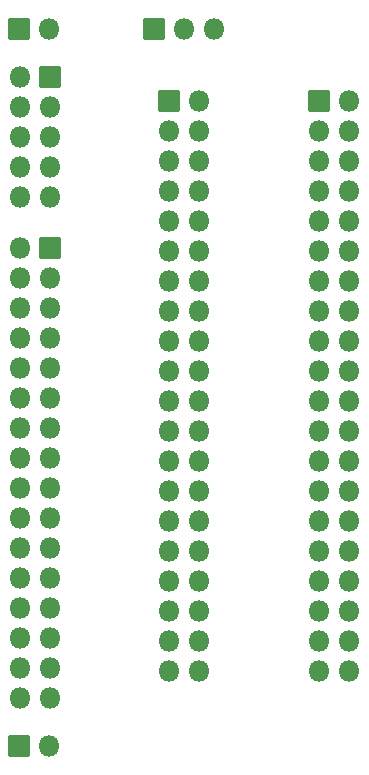
<source format=gbr>
%TF.GenerationSoftware,KiCad,Pcbnew,8.0.1*%
%TF.CreationDate,2024-04-12T14:48:39-05:00*%
%TF.ProjectId,Digilent Discovery LA Adapter,44696769-6c65-46e7-9420-446973636f76,1*%
%TF.SameCoordinates,Original*%
%TF.FileFunction,Soldermask,Bot*%
%TF.FilePolarity,Negative*%
%FSLAX46Y46*%
G04 Gerber Fmt 4.6, Leading zero omitted, Abs format (unit mm)*
G04 Created by KiCad (PCBNEW 8.0.1) date 2024-04-12 14:48:39*
%MOMM*%
%LPD*%
G01*
G04 APERTURE LIST*
G04 Aperture macros list*
%AMRoundRect*
0 Rectangle with rounded corners*
0 $1 Rounding radius*
0 $2 $3 $4 $5 $6 $7 $8 $9 X,Y pos of 4 corners*
0 Add a 4 corners polygon primitive as box body*
4,1,4,$2,$3,$4,$5,$6,$7,$8,$9,$2,$3,0*
0 Add four circle primitives for the rounded corners*
1,1,$1+$1,$2,$3*
1,1,$1+$1,$4,$5*
1,1,$1+$1,$6,$7*
1,1,$1+$1,$8,$9*
0 Add four rect primitives between the rounded corners*
20,1,$1+$1,$2,$3,$4,$5,0*
20,1,$1+$1,$4,$5,$6,$7,0*
20,1,$1+$1,$6,$7,$8,$9,0*
20,1,$1+$1,$8,$9,$2,$3,0*%
G04 Aperture macros list end*
%ADD10RoundRect,0.050800X-0.850000X-0.850000X0.850000X-0.850000X0.850000X0.850000X-0.850000X0.850000X0*%
%ADD11O,1.801600X1.801600*%
%ADD12RoundRect,0.050800X0.850000X-0.850000X0.850000X0.850000X-0.850000X0.850000X-0.850000X-0.850000X0*%
%ADD13RoundRect,0.050800X0.850000X0.850000X-0.850000X0.850000X-0.850000X-0.850000X0.850000X-0.850000X0*%
G04 APERTURE END LIST*
D10*
%TO.C,J4*%
X139720000Y-78486000D03*
D11*
X137180000Y-78486000D03*
X139720000Y-81026000D03*
X137180000Y-81026000D03*
X139720000Y-83566000D03*
X137180000Y-83566000D03*
X139720000Y-86106000D03*
X137180000Y-86106000D03*
X139720000Y-88646000D03*
X137180000Y-88646000D03*
X139720000Y-91186000D03*
X137180000Y-91186000D03*
X139720000Y-93726000D03*
X137180000Y-93726000D03*
X139720000Y-96266000D03*
X137180000Y-96266000D03*
X139720000Y-98806000D03*
X137180000Y-98806000D03*
X139720000Y-101346000D03*
X137180000Y-101346000D03*
X139720000Y-103886000D03*
X137180000Y-103886000D03*
X139720000Y-106426000D03*
X137180000Y-106426000D03*
X139720000Y-108966000D03*
X137180000Y-108966000D03*
X139720000Y-111506000D03*
X137180000Y-111506000D03*
X139720000Y-114046000D03*
X137180000Y-114046000D03*
X139720000Y-116586000D03*
X137180000Y-116586000D03*
%TD*%
D12*
%TO.C,J6*%
X137155000Y-120650000D03*
D11*
X139695000Y-120650000D03*
%TD*%
D12*
%TO.C,J7*%
X137155000Y-59944000D03*
D11*
X139695000Y-59944000D03*
%TD*%
D10*
%TO.C,J2*%
X162560000Y-66039293D03*
D11*
X165100000Y-66039293D03*
X162560000Y-68579293D03*
X165100000Y-68579293D03*
X162560000Y-71119293D03*
X165100000Y-71119293D03*
X162560000Y-73659293D03*
X165100000Y-73659293D03*
X162560000Y-76199293D03*
X165100000Y-76199293D03*
X162560000Y-78739293D03*
X165100000Y-78739293D03*
X162560000Y-81279293D03*
X165100000Y-81279293D03*
X162560000Y-83819293D03*
X165100000Y-83819293D03*
X162560000Y-86359293D03*
X165100000Y-86359293D03*
X162560000Y-88899293D03*
X165100000Y-88899293D03*
X162560000Y-91439293D03*
X165100000Y-91439293D03*
X162560000Y-93979293D03*
X165100000Y-93979293D03*
X162560000Y-96519293D03*
X165100000Y-96519293D03*
X162560000Y-99059293D03*
X165100000Y-99059293D03*
X162560000Y-101599293D03*
X165100000Y-101599293D03*
X162560000Y-104139293D03*
X165100000Y-104139293D03*
X162560000Y-106679293D03*
X165100000Y-106679293D03*
X162560000Y-109219293D03*
X165100000Y-109219293D03*
X162560000Y-111759293D03*
X165100000Y-111759293D03*
X162560000Y-114299293D03*
X165100000Y-114299293D03*
%TD*%
D10*
%TO.C,J5*%
X139720000Y-64038000D03*
D11*
X137180000Y-64038000D03*
X139720000Y-66578000D03*
X137180000Y-66578000D03*
X139720000Y-69118000D03*
X137180000Y-69118000D03*
X139720000Y-71658000D03*
X137180000Y-71658000D03*
X139720000Y-74198000D03*
X137180000Y-74198000D03*
%TD*%
D12*
%TO.C,J3*%
X148590000Y-59944000D03*
D11*
X151130000Y-59944000D03*
X153670000Y-59944000D03*
%TD*%
D13*
%TO.C,J1*%
X149860000Y-66040000D03*
D11*
X152400000Y-66040000D03*
X149860000Y-68580000D03*
X152400000Y-68580000D03*
X149860000Y-71120000D03*
X152400000Y-71120000D03*
X149860000Y-73660000D03*
X152400000Y-73660000D03*
X149860000Y-76200000D03*
X152400000Y-76200000D03*
X149860000Y-78740000D03*
X152400000Y-78740000D03*
X149860000Y-81280000D03*
X152400000Y-81280000D03*
X149860000Y-83820000D03*
X152400000Y-83820000D03*
X149860000Y-86360000D03*
X152400000Y-86360000D03*
X149860000Y-88900000D03*
X152400000Y-88900000D03*
X149860000Y-91440000D03*
X152400000Y-91440000D03*
X149860000Y-93980000D03*
X152400000Y-93980000D03*
X149860000Y-96520000D03*
X152400000Y-96520000D03*
X149860000Y-99060000D03*
X152400000Y-99060000D03*
X149860000Y-101600000D03*
X152400000Y-101600000D03*
X149860000Y-104140000D03*
X152400000Y-104140000D03*
X149860000Y-106680000D03*
X152400000Y-106680000D03*
X149860000Y-109220000D03*
X152400000Y-109220000D03*
X149860000Y-111760000D03*
X152400000Y-111760000D03*
X149860000Y-114300000D03*
X152400000Y-114300000D03*
%TD*%
M02*

</source>
